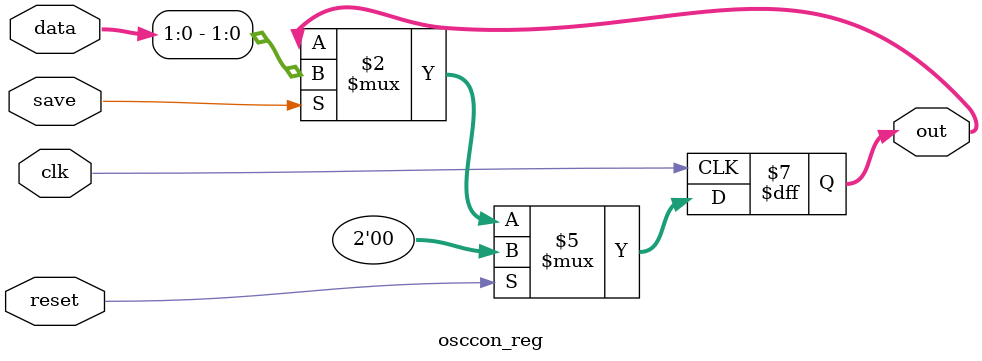
<source format=v>
module osccon_reg(
    input clk,
    input reset,
    input save,
    input [3:0] data,
    output reg [1:0] out
);

    always@(posedge clk) begin
        if(reset)
            out <= 2'b00;
        else if(save)
            out <= data[1:0];
    end



endmodule 
</source>
